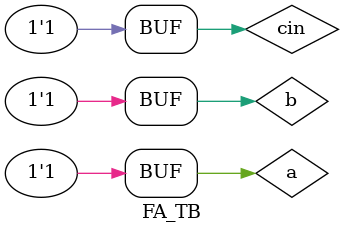
<source format=v>
module FA(a, b, cin, cout, sum);
	input a, b, cin;
	output cout, sum;
	assign sum = a^b^cin;
	assign cout = ((a^b)&cin)|(a&b);
endmodule

module FA_TB();
	reg a, b, cin;
	wire sum, cout;
	FA test_module(.a(a), .b(b), .cin(cin), .cout(cout), .sum(sum));
	initial	 
		begin
			$monitor($time, " a=%b, b=%b, cin=%b, cout=%b, sum=%b", a, b, cin, cout, sum);		
			#1 a=1'b0;b=1'b0;cin=1'b0;
			#2 a=1'b0;b=1'b0;cin=1'b1;
			#3 a=1'b0;b=1'b1;cin=1'b0;
			#4 a=1'b0;b=1'b1;cin=1'b1;
			#5 a=1'b1;b=1'b0;cin=1'b0;
			#6 a=1'b1;b=1'b0;cin=1'b1;
			#7 a=1'b1;b=1'b1;cin=1'b0;
			#8 a=1'b1;b=1'b1;cin=1'b1;
		end	
endmodule



</source>
